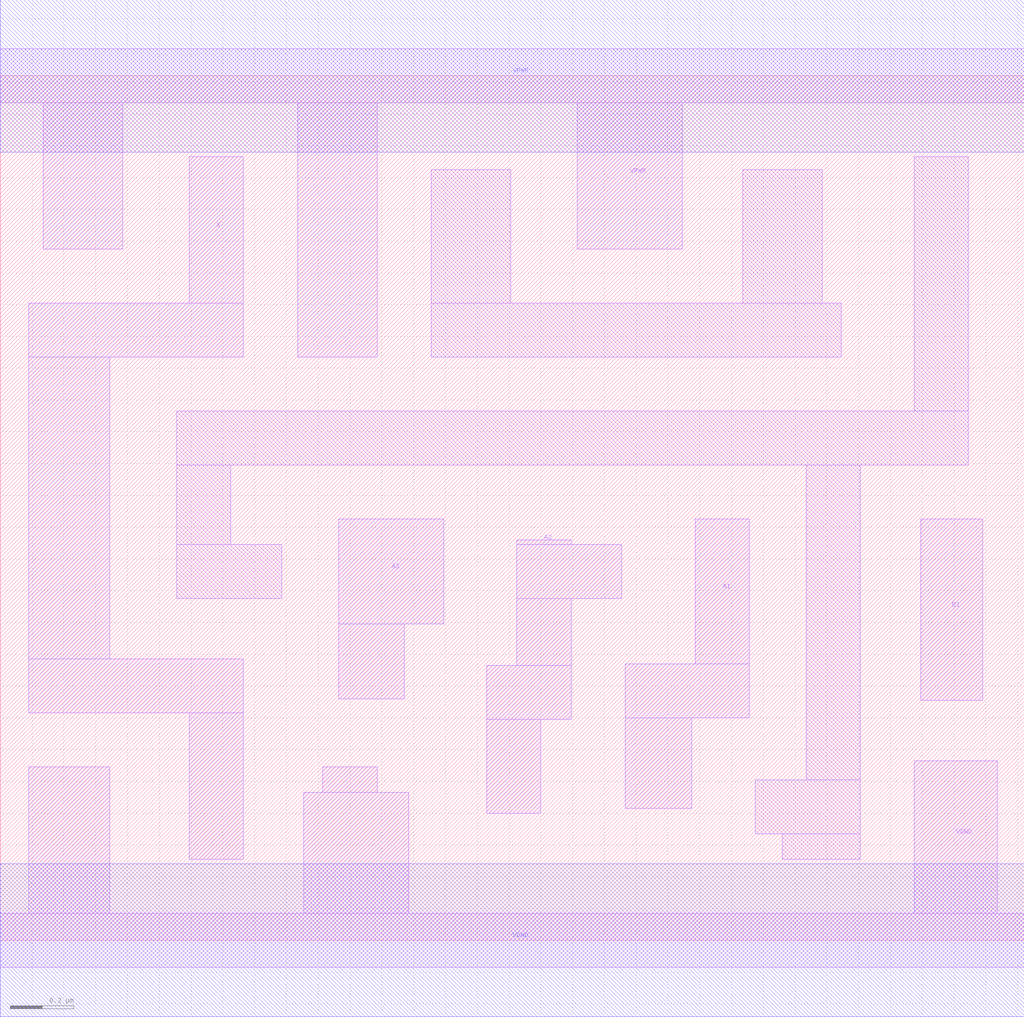
<source format=lef>
# Copyright 2020 The SkyWater PDK Authors
#
# Licensed under the Apache License, Version 2.0 (the "License");
# you may not use this file except in compliance with the License.
# You may obtain a copy of the License at
#
#     https://www.apache.org/licenses/LICENSE-2.0
#
# Unless required by applicable law or agreed to in writing, software
# distributed under the License is distributed on an "AS IS" BASIS,
# WITHOUT WARRANTIES OR CONDITIONS OF ANY KIND, either express or implied.
# See the License for the specific language governing permissions and
# limitations under the License.
#
# SPDX-License-Identifier: Apache-2.0

VERSION 5.5 ;
NAMESCASESENSITIVE ON ;
BUSBITCHARS "[]" ;
DIVIDERCHAR "/" ;
MACRO sky130_fd_sc_hd__a31o_2
  CLASS CORE ;
  SOURCE USER ;
  ORIGIN  0.000000  0.000000 ;
  SIZE  3.220000 BY  2.720000 ;
  SYMMETRY X Y R90 ;
  SITE unithd ;
  PIN A1
    ANTENNAGATEAREA  0.247500 ;
    DIRECTION INPUT ;
    USE SIGNAL ;
    PORT
      LAYER li1 ;
        RECT 1.965000 0.415000 2.175000 0.700000 ;
        RECT 1.965000 0.700000 2.355000 0.870000 ;
        RECT 2.185000 0.870000 2.355000 1.325000 ;
    END
  END A1
  PIN A2
    ANTENNAGATEAREA  0.247500 ;
    DIRECTION INPUT ;
    USE SIGNAL ;
    PORT
      LAYER li1 ;
        RECT 1.530000 0.400000 1.700000 0.695000 ;
        RECT 1.530000 0.695000 1.795000 0.865000 ;
        RECT 1.625000 0.865000 1.795000 1.075000 ;
        RECT 1.625000 1.075000 1.955000 1.245000 ;
        RECT 1.625000 1.245000 1.795000 1.260000 ;
    END
  END A2
  PIN A3
    ANTENNAGATEAREA  0.247500 ;
    DIRECTION INPUT ;
    USE SIGNAL ;
    PORT
      LAYER li1 ;
        RECT 1.065000 0.760000 1.270000 0.995000 ;
        RECT 1.065000 0.995000 1.395000 1.325000 ;
    END
  END A3
  PIN B1
    ANTENNAGATEAREA  0.247500 ;
    DIRECTION INPUT ;
    USE SIGNAL ;
    PORT
      LAYER li1 ;
        RECT 2.895000 0.755000 3.090000 1.325000 ;
    END
  END B1
  PIN X
    ANTENNADIFFAREA  0.445500 ;
    DIRECTION OUTPUT ;
    USE SIGNAL ;
    PORT
      LAYER li1 ;
        RECT 0.090000 0.715000 0.765000 0.885000 ;
        RECT 0.090000 0.885000 0.345000 1.835000 ;
        RECT 0.090000 1.835000 0.765000 2.005000 ;
        RECT 0.595000 0.255000 0.765000 0.715000 ;
        RECT 0.595000 2.005000 0.765000 2.465000 ;
    END
  END X
  PIN VGND
    DIRECTION INOUT ;
    SHAPE ABUTMENT ;
    USE GROUND ;
    PORT
      LAYER li1 ;
        RECT 0.000000 -0.085000 3.220000 0.085000 ;
        RECT 0.090000  0.085000 0.345000 0.545000 ;
        RECT 0.955000  0.085000 1.285000 0.465000 ;
        RECT 1.015000  0.465000 1.185000 0.545000 ;
        RECT 2.875000  0.085000 3.135000 0.565000 ;
    END
    PORT
      LAYER met1 ;
        RECT 0.000000 -0.240000 3.220000 0.240000 ;
    END
  END VGND
  PIN VNB
    DIRECTION INOUT ;
    USE GROUND ;
    PORT
    END
  END VNB
  PIN VPB
    DIRECTION INOUT ;
    USE POWER ;
    PORT
    END
  END VPB
  PIN VPWR
    DIRECTION INOUT ;
    SHAPE ABUTMENT ;
    USE POWER ;
    PORT
      LAYER li1 ;
        RECT 0.000000 2.635000 3.220000 2.805000 ;
        RECT 0.135000 2.175000 0.385000 2.635000 ;
        RECT 0.935000 1.835000 1.185000 2.635000 ;
        RECT 1.815000 2.175000 2.145000 2.635000 ;
    END
    PORT
      LAYER met1 ;
        RECT 0.000000 2.480000 3.220000 2.960000 ;
    END
  END VPWR
  OBS
    LAYER li1 ;
      RECT 0.555000 1.075000 0.885000 1.245000 ;
      RECT 0.555000 1.245000 0.725000 1.495000 ;
      RECT 0.555000 1.495000 3.045000 1.665000 ;
      RECT 1.355000 1.835000 2.645000 2.005000 ;
      RECT 1.355000 2.005000 1.605000 2.425000 ;
      RECT 2.335000 2.005000 2.585000 2.425000 ;
      RECT 2.375000 0.335000 2.705000 0.505000 ;
      RECT 2.460000 0.255000 2.705000 0.335000 ;
      RECT 2.535000 0.505000 2.705000 1.495000 ;
      RECT 2.875000 1.665000 3.045000 2.465000 ;
  END
END sky130_fd_sc_hd__a31o_2
END LIBRARY

</source>
